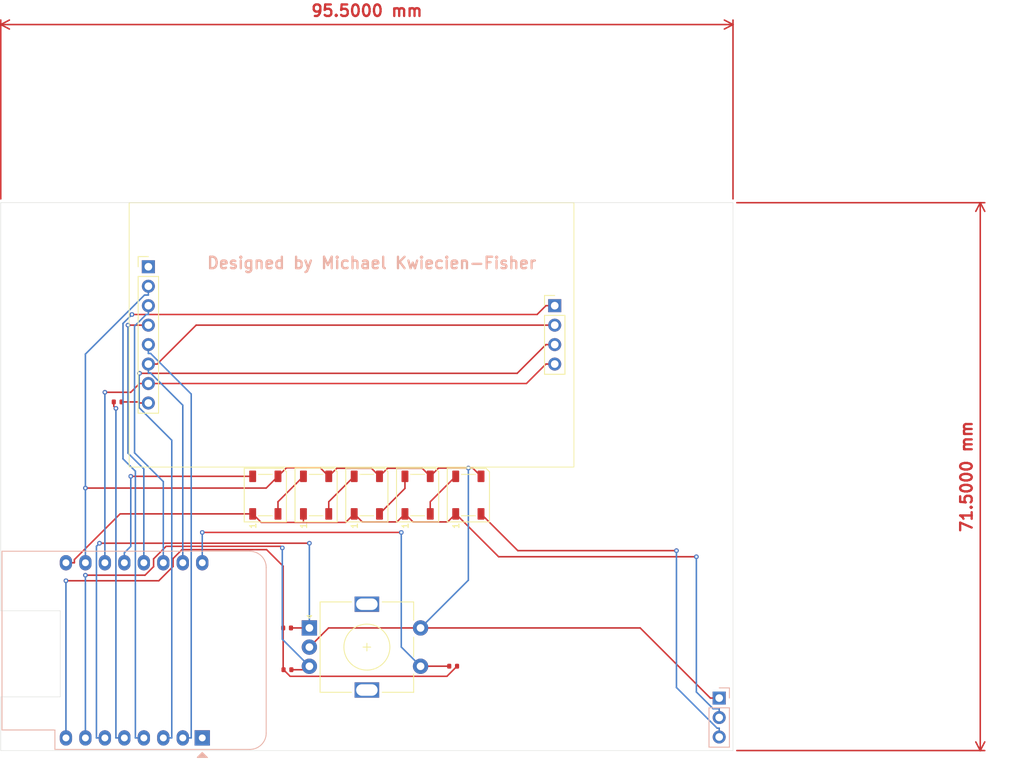
<source format=kicad_pcb>
(kicad_pcb (version 20240108) (generator "pcbnew") (generator_version "8.0")
  (layers (0 "F.Cu" signal) (31 "B.Cu" signal) (34 "B.Paste" user) (35 "F.Paste" user) (36 "B.SilkS" user "B.Silkscreen") (37 "F.SilkS" user "F.Silkscreen") (38 "B.Mask" user) (39 "F.Mask" user) (44 "Edge.Cuts" user))
  (net 0 "")
  (net 1 "Net-(U1-LED)")
  (net 2 "BackLight")
  (net 3 "GND")
  (net 4 "EC11_A")
  (net 5 "EC11_S")
  (net 6 "EC11_B")
  (net 7 "TFT_CS")
  (net 8 "MISO")
  (net 9 "MOSI")
  (net 10 "SD_CS")
  (net 12 "SCK")
  (net 13 "TFT_EN")
  (net 14 "TFT_DC")
  (net 15 "+5V")
  (net 16 "+3V3")
  (net 18 "WS2812B")
  (net 19 "Net-(D5-DOUT)")
  (net 20 "Net-(D1-DOUT)")
  (net 21 "Net-(D2-DOUT)")
  (net 22 "Net-(D3-DOUT)")
  (net 23 "Net-(D4-DOUT)")
  (footprint "LED_SMD:LED_WS2812B_PLCC4_5.0x5.0mm_P3.2mm" (layer "F.Cu") (at 142.745 91.16 90)
    (property "Reference" "D3" (hide yes))
    (property "Value" "WS2812B" (hide yes))
    (fp_line (start -3.5 -2.75) (end 3.5 -2.75) (stroke (width 0.12)) (layer "F.SilkS"))
    (fp_line (start -3.5 -2.75) (end -3.5 2.75) (stroke (width 0.12)) (layer "F.SilkS"))
    (fp_line (start 2.7 0.9) (end 2.7 -0.9) (stroke (width 0.12)) (layer "F.SilkS"))
    (fp_line (start -2.7 0.9) (end -2.7 -0.9) (stroke (width 0.12)) (layer "F.SilkS"))
    (fp_line (start 3.5 2.3) (end 3.5 -2.75) (stroke (width 0.12)) (layer "F.SilkS"))
    (fp_line (start 3.05 2.75) (end 3.5 2.3) (stroke (width 0.12)) (layer "F.SilkS"))
    (fp_line (start -3.5 2.75) (end 3.05 2.75) (stroke (width 0.12)) (layer "F.SilkS"))
    (fp_text user "1" (at -4 -1.6 90) (layer "F.SilkS") (effects (font (size 0.8 0.8))))
    (pad "1" smd roundrect (at -2.45 -1.65 90) (size 1.5 0.9) (layers "F.Cu" "F.Paste" "F.Mask") (roundrect_rratio 0.1) (net 15 "+5V"))
    (pad "2" smd roundrect (at -2.45 1.65 90) (size 1.5 0.9) (layers "F.Cu" "F.Paste" "F.Mask") (roundrect_rratio 0.1) (net 22 "Net-(D3-DOUT)"))
    (pad "3" smd roundrect (at 2.45 1.65 90) (size 1.5 0.9) (layers "F.Cu" "F.Paste" "F.Mask") (roundrect_rratio 0.1) (net 3 "GND"))
    (pad "4" smd roundrect (at 2.45 -1.65 90) (size 1.5 0.9) (layers "F.Cu" "F.Paste" "F.Mask") (roundrect_rratio 0.1) (net 21 "Net-(D2-DOUT)"))
  )
  (footprint "asylum-weather:TFT_ST7735_SD" (layer "F.Cu") (at 134.25 70)
    (property "Reference" "U1" (hide yes))
    (property "Value" "TFT_ST7735_SD")
    (fp_line (start -21.33 -9.97) (end -20 -9.97) (stroke (width 0.12)) (layer "F.SilkS"))
    (fp_line (start -21.33 -8.64) (end -21.33 -9.97) (stroke (width 0.12)) (layer "F.SilkS"))
    (fp_line (start -21.33 -7.37) (end -21.33 10.47) (stroke (width 0.12)) (layer "F.SilkS"))
    (fp_line (start -21.33 -7.37) (end -18.67 -7.37) (stroke (width 0.12)) (layer "F.SilkS"))
    (fp_line (start -21.33 10.47) (end -18.67 10.47) (stroke (width 0.12)) (layer "F.SilkS"))
    (fp_line (start -18.67 -7.37) (end -18.67 10.47) (stroke (width 0.12)) (layer "F.SilkS"))
    (fp_line (start 31.67 -4.89) (end 33 -4.89) (stroke (width 0.12)) (layer "F.SilkS"))
    (fp_line (start 31.67 -3.56) (end 31.67 -4.89) (stroke (width 0.12)) (layer "F.SilkS"))
    (fp_line (start 31.67 -2.29) (end 31.67 5.39) (stroke (width 0.12)) (layer "F.SilkS"))
    (fp_line (start 31.67 -2.29) (end 34.33 -2.29) (stroke (width 0.12)) (layer "F.SilkS"))
    (fp_line (start 31.67 5.39) (end 34.33 5.39) (stroke (width 0.12)) (layer "F.SilkS"))
    (fp_line (start 34.33 -2.29) (end 34.33 5.39) (stroke (width 0.12)) (layer "F.SilkS"))
    (fp_rect (start -22.5 -17) (end 35.5 17.5) (stroke (width 0.1)) (fill none) (layer "F.SilkS"))
    (pad "" np_thru_hole circle (at -19.5 -14) (size 3.2 3.2) (drill 3.2) (layers "*.Cu" "*.Mask"))
    (pad "" np_thru_hole circle (at -19.5 14.5) (size 3.2 3.2) (drill 3.2) (layers "*.Cu" "*.Mask"))
    (pad "" np_thru_hole circle (at 32.5 -14) (size 3.2 3.2) (drill 3.2) (layers "*.Cu" "*.Mask"))
    (pad "" np_thru_hole circle (at 32.5 14.5) (size 3.2 3.2) (drill 3.2) (layers "*.Cu" "*.Mask"))
    (pad "1" thru_hole rect (at -20 -8.64) (size 1.7 1.7) (drill 1) (layers "*.Cu" "*.Mask"))
    (pad "2" thru_hole oval (at -20 -6.1) (size 1.7 1.7) (drill 1) (layers "*.Cu" "*.Mask") (net 3 "GND"))
    (pad "3" thru_hole oval (at -20 -3.56) (size 1.7 1.7) (drill 1) (layers "*.Cu" "*.Mask") (net 7 "TFT_CS"))
    (pad "4" thru_hole oval (at -20 -1.02) (size 1.7 1.7) (drill 1) (layers "*.Cu" "*.Mask") (net 13 "TFT_EN"))
    (pad "5" thru_hole oval (at -20 1.52) (size 1.7 1.7) (drill 1) (layers "*.Cu" "*.Mask") (net 14 "TFT_DC"))
    (pad "6" thru_hole oval (at -20 4.06) (size 1.7 1.7) (drill 1) (layers "*.Cu" "*.Mask") (net 9 "MOSI"))
    (pad "7" thru_hole oval (at -20 6.6) (size 1.7 1.7) (drill 1) (layers "*.Cu" "*.Mask") (net 12 "SCK"))
    (pad "8" thru_hole oval (at -20 9.14) (size 1.7 1.7) (drill 1) (layers "*.Cu" "*.Mask") (net 1 "Net-(U1-LED)"))
    (pad "9" thru_hole rect (at 33 -3.56) (size 1.7 1.7) (drill 1) (layers "*.Cu" "*.Mask") (net 10 "SD_CS"))
    (pad "10" thru_hole oval (at 33 -1.02) (size 1.7 1.7) (drill 1) (layers "*.Cu" "*.Mask") (net 9 "MOSI"))
    (pad "11" thru_hole oval (at 33 1.52) (size 1.7 1.7) (drill 1) (layers "*.Cu" "*.Mask") (net 8 "MISO"))
    (pad "12" thru_hole oval (at 33 4.06) (size 1.7 1.7) (drill 1) (layers "*.Cu" "*.Mask") (net 12 "SCK"))
  )
  (footprint "LED_SMD:LED_WS2812B_PLCC4_5.0x5.0mm_P3.2mm" (layer "F.Cu") (at 155.985 91.16 90)
    (property "Reference" "D5" (hide yes))
    (property "Value" "WS2812B" (hide yes))
    (fp_line (start -3.5 -2.75) (end 3.5 -2.75) (stroke (width 0.12)) (layer "F.SilkS"))
    (fp_line (start -3.5 -2.75) (end -3.5 2.75) (stroke (width 0.12)) (layer "F.SilkS"))
    (fp_line (start 2.7 0.9) (end 2.7 -0.9) (stroke (width 0.12)) (layer "F.SilkS"))
    (fp_line (start -2.7 0.9) (end -2.7 -0.9) (stroke (width 0.12)) (layer "F.SilkS"))
    (fp_line (start 3.5 2.3) (end 3.5 -2.75) (stroke (width 0.12)) (layer "F.SilkS"))
    (fp_line (start 3.05 2.75) (end 3.5 2.3) (stroke (width 0.12)) (layer "F.SilkS"))
    (fp_line (start -3.5 2.75) (end 3.05 2.75) (stroke (width 0.12)) (layer "F.SilkS"))
    (fp_text user "1" (at -4 -1.6 90) (layer "F.SilkS") (effects (font (size 0.8 0.8))))
    (pad "1" smd roundrect (at -2.45 -1.65 90) (size 1.5 0.9) (layers "F.Cu" "F.Paste" "F.Mask") (roundrect_rratio 0.1) (net 15 "+5V"))
    (pad "2" smd roundrect (at -2.45 1.65 90) (size 1.5 0.9) (layers "F.Cu" "F.Paste" "F.Mask") (roundrect_rratio 0.1) (net 19 "Net-(D5-DOUT)"))
    (pad "3" smd roundrect (at 2.45 1.65 90) (size 1.5 0.9) (layers "F.Cu" "F.Paste" "F.Mask") (roundrect_rratio 0.1) (net 3 "GND"))
    (pad "4" smd roundrect (at 2.45 -1.65 90) (size 1.5 0.9) (layers "F.Cu" "F.Paste" "F.Mask") (roundrect_rratio 0.1) (net 23 "Net-(D4-DOUT)"))
  )
  (footprint "Rotary_Encoder:RotaryEncoder_Alps_EC11E-Switch_Vertical_H20mm" (layer "F.Cu") (at 135.25 108.5)
    (property "Reference" "SW1" (hide yes))
    (property "Value" "RotaryEncoder_Switch")
    (fp_line (start -0.3 -1.6) (end 0.3 -1.6) (stroke (width 0.12)) (layer "F.SilkS"))
    (fp_line (start 0 -1.3) (end -0.3 -1.6) (stroke (width 0.12)) (layer "F.SilkS"))
    (fp_line (start 0.3 -1.6) (end 0 -1.3) (stroke (width 0.12)) (layer "F.SilkS"))
    (fp_line (start 1.4 -3.4) (end 1.4 8.4) (stroke (width 0.12)) (layer "F.SilkS"))
    (fp_line (start 5.5 -3.4) (end 1.4 -3.4) (stroke (width 0.12)) (layer "F.SilkS"))
    (fp_line (start 5.5 8.4) (end 1.4 8.4) (stroke (width 0.12)) (layer "F.SilkS"))
    (fp_line (start 7 2.5) (end 8 2.5) (stroke (width 0.12)) (layer "F.SilkS"))
    (fp_line (start 7.5 2) (end 7.5 3) (stroke (width 0.12)) (layer "F.SilkS"))
    (fp_line (start 9.5 -3.4) (end 13.6 -3.4) (stroke (width 0.12)) (layer "F.SilkS"))
    (fp_line (start 13.6 -3.4) (end 13.6 -1) (stroke (width 0.12)) (layer "F.SilkS"))
    (fp_line (start 13.6 1.2) (end 13.6 3.8) (stroke (width 0.12)) (layer "F.SilkS"))
    (fp_line (start 13.6 6) (end 13.6 8.4) (stroke (width 0.12)) (layer "F.SilkS"))
    (fp_line (start 13.6 8.4) (end 9.5 8.4) (stroke (width 0.12)) (layer "F.SilkS"))
    (fp_circle (center 7.5 2.5) (end 10.5 2.5) (stroke (width 0.12)) (fill none) (layer "F.SilkS"))
    (pad "A" thru_hole rect (at 0 0) (size 2 2) (drill 1) (layers "*.Cu" "*.Mask") (net 4 "EC11_A"))
    (pad "B" thru_hole circle (at 0 5) (size 2 2) (drill 1) (layers "*.Cu" "*.Mask") (net 6 "EC11_B"))
    (pad "C" thru_hole circle (at 0 2.5) (size 2 2) (drill 1) (layers "*.Cu" "*.Mask") (net 3 "GND"))
    (pad "MP" thru_hole rect (at 7.5 -3.1) (size 3.2 2) (drill oval 2.8 1.5) (layers "*.Cu" "*.Mask"))
    (pad "MP" thru_hole rect (at 7.5 8.1) (size 3.2 2) (drill oval 2.8 1.5) (layers "*.Cu" "*.Mask"))
    (pad "S1" thru_hole circle (at 14.5 5) (size 2 2) (drill 1) (layers "*.Cu" "*.Mask") (net 5 "EC11_S"))
    (pad "S2" thru_hole circle (at 14.5 0) (size 2 2) (drill 1) (layers "*.Cu" "*.Mask") (net 3 "GND"))
  )
  (footprint "ScottoKeebs_Components:Resistor_0402" (layer "F.Cu") (at 110.25 79)
    (property "Reference" "R1" (hide yes))
    (property "Value" "10ohm" (hide yes))
    (pad "1" smd roundrect (at -0.51 0) (size 0.54 0.64) (layers "F.Cu" "F.Paste" "F.Mask") (net 2 "BackLight"))
    (pad "2" smd roundrect (at 0.51 0) (size 0.54 0.64) (layers "F.Cu" "F.Paste" "F.Mask") (net 1 "Net-(U1-LED)"))
  )
  (footprint "LED_SMD:LED_WS2812B_PLCC4_5.0x5.0mm_P3.2mm" (layer "F.Cu") (at 136.125 91.16 90)
    (property "Reference" "D2" (hide yes))
    (property "Value" "WS2812B" (hide yes))
    (fp_line (start -3.5 -2.75) (end 3.5 -2.75) (stroke (width 0.12)) (layer "F.SilkS"))
    (fp_line (start -3.5 -2.75) (end -3.5 2.75) (stroke (width 0.12)) (layer "F.SilkS"))
    (fp_line (start 2.7 0.9) (end 2.7 -0.9) (stroke (width 0.12)) (layer "F.SilkS"))
    (fp_line (start -2.7 0.9) (end -2.7 -0.9) (stroke (width 0.12)) (layer "F.SilkS"))
    (fp_line (start 3.5 2.3) (end 3.5 -2.75) (stroke (width 0.12)) (layer "F.SilkS"))
    (fp_line (start 3.05 2.75) (end 3.5 2.3) (stroke (width 0.12)) (layer "F.SilkS"))
    (fp_line (start -3.5 2.75) (end 3.05 2.75) (stroke (width 0.12)) (layer "F.SilkS"))
    (fp_text user "1" (at -4 -1.6 90) (layer "F.SilkS") (effects (font (size 0.8 0.8))))
    (pad "1" smd roundrect (at -2.45 -1.65 90) (size 1.5 0.9) (layers "F.Cu" "F.Paste" "F.Mask") (roundrect_rratio 0.1) (net 15 "+5V"))
    (pad "2" smd roundrect (at -2.45 1.65 90) (size 1.5 0.9) (layers "F.Cu" "F.Paste" "F.Mask") (roundrect_rratio 0.1) (net 21 "Net-(D2-DOUT)"))
    (pad "3" smd roundrect (at 2.45 1.65 90) (size 1.5 0.9) (layers "F.Cu" "F.Paste" "F.Mask") (roundrect_rratio 0.1) (net 3 "GND"))
    (pad "4" smd roundrect (at 2.45 -1.65 90) (size 1.5 0.9) (layers "F.Cu" "F.Paste" "F.Mask") (roundrect_rratio 0.1) (net 20 "Net-(D1-DOUT)"))
  )
  (footprint "ScottoKeebs_Components:Resistor_0402" (layer "F.Cu") (at 154 113.49 180)
    (property "Reference" "R4" (hide yes))
    (property "Value" "10k" (hide yes))
    (pad "1" smd roundrect (at -0.51 0 180) (size 0.54 0.64) (layers "F.Cu" "F.Paste" "F.Mask") (net 16 "+3V3"))
    (pad "2" smd roundrect (at 0.51 0 180) (size 0.54 0.64) (layers "F.Cu" "F.Paste" "F.Mask") (net 5 "EC11_S"))
  )
  (footprint "ScottoKeebs_Components:Resistor_0402" (layer "F.Cu") (at 132.34 108.5)
    (property "Reference" "R2" (hide yes))
    (property "Value" "10k" (hide yes))
    (pad "1" smd roundrect (at -0.51 0) (size 0.54 0.64) (layers "F.Cu" "F.Paste" "F.Mask") (net 16 "+3V3"))
    (pad "2" smd roundrect (at 0.51 0) (size 0.54 0.64) (layers "F.Cu" "F.Paste" "F.Mask") (net 4 "EC11_A"))
  )
  (footprint "LED_SMD:LED_WS2812B_PLCC4_5.0x5.0mm_P3.2mm" (layer "F.Cu") (at 129.505 91.16 90)
    (property "Reference" "D1" (hide yes))
    (property "Value" "WS2812B" (hide yes))
    (fp_line (start -3.5 -2.75) (end 3.5 -2.75) (stroke (width 0.12)) (layer "F.SilkS"))
    (fp_line (start -3.5 -2.75) (end -3.5 2.75) (stroke (width 0.12)) (layer "F.SilkS"))
    (fp_line (start 2.7 0.9) (end 2.7 -0.9) (stroke (width 0.12)) (layer "F.SilkS"))
    (fp_line (start -2.7 0.9) (end -2.7 -0.9) (stroke (width 0.12)) (layer "F.SilkS"))
    (fp_line (start 3.5 2.3) (end 3.5 -2.75) (stroke (width 0.12)) (layer "F.SilkS"))
    (fp_line (start 3.05 2.75) (end 3.5 2.3) (stroke (width 0.12)) (layer "F.SilkS"))
    (fp_line (start -3.5 2.75) (end 3.05 2.75) (stroke (width 0.12)) (layer "F.SilkS"))
    (fp_text user "1" (at -4 -1.6 90) (layer "F.SilkS") (effects (font (size 0.8 0.8))))
    (pad "1" smd roundrect (at -2.45 -1.65 90) (size 1.5 0.9) (layers "F.Cu" "F.Paste" "F.Mask") (roundrect_rratio 0.1) (net 15 "+5V"))
    (pad "2" smd roundrect (at -2.45 1.65 90) (size 1.5 0.9) (layers "F.Cu" "F.Paste" "F.Mask") (roundrect_rratio 0.1) (net 20 "Net-(D1-DOUT)"))
    (pad "3" smd roundrect (at 2.45 1.65 90) (size 1.5 0.9) (layers "F.Cu" "F.Paste" "F.Mask") (roundrect_rratio 0.1) (net 3 "GND"))
    (pad "4" smd roundrect (at 2.45 -1.65 90) (size 1.5 0.9) (layers "F.Cu" "F.Paste" "F.Mask") (roundrect_rratio 0.1) (net 18 "WS2812B"))
  )
  (footprint "ScottoKeebs_Components:Resistor_0402" (layer "F.Cu") (at 132.39 113.95)
    (property "Reference" "R3" (hide yes))
    (property "Value" "10k" (hide yes))
    (pad "1" smd roundrect (at -0.51 0) (size 0.54 0.64) (layers "F.Cu" "F.Paste" "F.Mask") (net 16 "+3V3"))
    (pad "2" smd roundrect (at 0.51 0) (size 0.54 0.64) (layers "F.Cu" "F.Paste" "F.Mask") (net 6 "EC11_B"))
  )
  (footprint "LED_SMD:LED_WS2812B_PLCC4_5.0x5.0mm_P3.2mm" (layer "F.Cu") (at 149.365 91.16 90)
    (property "Reference" "D4" (hide yes))
    (property "Value" "WS2812B" (hide yes))
    (fp_line (start -3.5 -2.75) (end 3.5 -2.75) (stroke (width 0.12)) (layer "F.SilkS"))
    (fp_line (start -3.5 -2.75) (end -3.5 2.75) (stroke (width 0.12)) (layer "F.SilkS"))
    (fp_line (start 2.7 0.9) (end 2.7 -0.9) (stroke (width 0.12)) (layer "F.SilkS"))
    (fp_line (start -2.7 0.9) (end -2.7 -0.9) (stroke (width 0.12)) (layer "F.SilkS"))
    (fp_line (start 3.5 2.3) (end 3.5 -2.75) (stroke (width 0.12)) (layer "F.SilkS"))
    (fp_line (start 3.05 2.75) (end 3.5 2.3) (stroke (width 0.12)) (layer "F.SilkS"))
    (fp_line (start -3.5 2.75) (end 3.05 2.75) (stroke (width 0.12)) (layer "F.SilkS"))
    (fp_text user "1" (at -4 -1.6 90) (layer "F.SilkS") (effects (font (size 0.8 0.8))))
    (pad "1" smd roundrect (at -2.45 -1.65 90) (size 1.5 0.9) (layers "F.Cu" "F.Paste" "F.Mask") (roundrect_rratio 0.1) (net 15 "+5V"))
    (pad "2" smd roundrect (at -2.45 1.65 90) (size 1.5 0.9) (layers "F.Cu" "F.Paste" "F.Mask") (roundrect_rratio 0.1) (net 23 "Net-(D4-DOUT)"))
    (pad "3" smd roundrect (at 2.45 1.65 90) (size 1.5 0.9) (layers "F.Cu" "F.Paste" "F.Mask") (roundrect_rratio 0.1) (net 3 "GND"))
    (pad "4" smd roundrect (at 2.45 -1.65 90) (size 1.5 0.9) (layers "F.Cu" "F.Paste" "F.Mask") (roundrect_rratio 0.1) (net 22 "Net-(D3-DOUT)"))
  )
  (footprint "Connector_PinHeader_2.54mm:PinHeader_1x03_P2.54mm_Vertical" (layer "B.Cu") (at 188.7 117.65 180)
    (property "Reference" "J1" (hide yes))
    (property "Value" "Conn_01x03_Pin")
    (fp_line (start 1.33 -1.27) (end -1.33 -1.27) (stroke (width 0.12)) (layer "B.SilkS"))
    (fp_line (start 1.33 -6.41) (end 1.33 -1.27) (stroke (width 0.12)) (layer "B.SilkS"))
    (fp_line (start 1.33 -6.41) (end -1.33 -6.41) (stroke (width 0.12)) (layer "B.SilkS"))
    (fp_line (start 0 1.33) (end -1.33 1.33) (stroke (width 0.12)) (layer "B.SilkS"))
    (fp_line (start -1.33 1.33) (end -1.33 0) (stroke (width 0.12)) (layer "B.SilkS"))
    (fp_line (start -1.33 -6.41) (end -1.33 -1.27) (stroke (width 0.12)) (layer "B.SilkS"))
    (pad "1" thru_hole rect (at 0 0 180) (size 1.7 1.7) (drill 1) (layers "*.Cu" "*.Mask") (net 3 "GND"))
    (pad "2" thru_hole oval (at 0 -2.54 180) (size 1.7 1.7) (drill 1) (layers "*.Cu" "*.Mask") (net 15 "+5V"))
    (pad "3" thru_hole oval (at 0 -5.08 180) (size 1.7 1.7) (drill 1) (layers "*.Cu" "*.Mask") (net 19 "Net-(D5-DOUT)"))
  )
  (footprint "RF_Module:WEMOS_D1_mini_light" (layer "B.Cu") (at 121.28 122.85 90)
    (property "Reference" "U2" (hide yes))
    (property "Value" "WEMOS_C3_Mini")
    (fp_line (start 24.36 -26.12) (end 1.04 -26.12) (stroke (width 0.12)) (layer "B.SilkS"))
    (fp_line (start 1.04 -26.12) (end 1.04 -19.22) (stroke (width 0.12)) (layer "B.SilkS"))
    (fp_line (start 1.04 -19.22) (end -1.5 -19.22) (stroke (width 0.12)) (layer "B.SilkS"))
    (fp_line (start 24.36 6.21) (end 24.36 -26.12) (stroke (width 0.12)) (layer "B.SilkS"))
    (fp_line (start -1.5 6.21) (end -1.5 -19.22) (stroke (width 0.12)) (layer "B.SilkS"))
    (fp_line (start 0.63 8.34) (end 22.24 8.34) (stroke (width 0.12)) (layer "B.SilkS"))
    (fp_arc (start 24.36 6.21) (mid 23.736137 7.716137) (end 22.23 8.34) (stroke (width 0.12)) (layer "B.SilkS"))
    (fp_arc (start 0.63 8.34) (mid -0.876137 7.716137) (end -1.5 6.21) (stroke (width 0.12)) (layer "B.SilkS"))
    (fp_poly (pts (xy -2.54 0.635) (xy -2.54 -0.635) (xy -1.905 0)) (stroke (width 0.15)) (fill solid) (layer "B.SilkS"))
    (pad "1" thru_hole rect (at 0 0 90) (size 2 2) (drill 0.9) (layers "*.Cu" "*.Mask"))
    (pad "2" thru_hole oval (at 0 -2.54 90) (size 2 1.6) (drill 0.9) (layers "*.Cu" "*.Mask") (net 14 "TFT_DC"))
    (pad "3" thru_hole oval (at 0 -5.08 90) (size 2 1.6) (drill 0.9) (layers "*.Cu" "*.Mask") (net 8 "MISO"))
    (pad "4" thru_hole oval (at 0 -7.62 90) (size 2 1.6) (drill 0.9) (layers "*.Cu" "*.Mask") (net 10 "SD_CS"))
    (pad "5" thru_hole oval (at 0 -10.16 90) (size 2 1.6) (drill 0.9) (layers "*.Cu" "*.Mask") (net 2 "BackLight"))
    (pad "6" thru_hole oval (at 0 -12.7 90) (size 2 1.6) (drill 0.9) (layers "*.Cu" "*.Mask") (net 4 "EC11_A"))
    (pad "7" thru_hole oval (at 0 -15.24 90) (size 2 1.6) (drill 0.9) (layers "*.Cu" "*.Mask") (net 6 "EC11_B"))
    (pad "8" thru_hole oval (at 0 -17.78 90) (size 2 1.6) (drill 0.9) (layers "*.Cu" "*.Mask") (net 16 "+3V3"))
    (pad "9" thru_hole oval (at 22.86 -17.78 90) (size 2 1.6) (drill 0.9) (layers "*.Cu" "*.Mask") (net 15 "+5V"))
    (pad "10" thru_hole oval (at 22.86 -15.24 90) (size 2 1.6) (drill 0.9) (layers "*.Cu" "*.Mask") (net 3 "GND"))
    (pad "11" thru_hole oval (at 22.86 -12.7 90) (size 2 1.6) (drill 0.9) (layers "*.Cu" "*.Mask") (net 12 "SCK"))
    (pad "12" thru_hole oval (at 22.86 -10.16 90) (size 2 1.6) (drill 0.9) (layers "*.Cu" "*.Mask") (net 18 "WS2812B"))
    (pad "13" thru_hole oval (at 22.86 -7.62 90) (size 2 1.6) (drill 0.9) (layers "*.Cu" "*.Mask") (net 13 "TFT_EN"))
    (pad "14" thru_hole oval (at 22.86 -5.08 90) (size 2 1.6) (drill 0.9) (layers "*.Cu" "*.Mask") (net 7 "TFT_CS"))
    (pad "15" thru_hole oval (at 22.86 -2.54 90) (size 2 1.6) (drill 0.9) (layers "*.Cu" "*.Mask") (net 9 "MOSI"))
    (pad "16" thru_hole oval (at 22.86 0 90) (size 2 1.6) (drill 0.9) (layers "*.Cu" "*.Mask") (net 5 "EC11_S"))
  )
  (gr_line (start 102.75 117.5) (end 102.75 106.5) (stroke (width 0.05)) (layer "Edge.Cuts"))
  (gr_line (start 95 117.5) (end 95 124.5) (stroke (width 0.05)) (layer "Edge.Cuts"))
  (gr_line (start 102.75 106.5) (end 102.75 106.25) (stroke (width 0.05)) (layer "Edge.Cuts"))
  (gr_line (start 95 53) (end 95 106.25) (stroke (width 0.05)) (layer "Edge.Cuts"))
  (gr_line (start 95 124.5) (end 190.5 124.5) (stroke (width 0.05)) (layer "Edge.Cuts"))
  (gr_line (start 190.5 53) (end 95 53) (stroke (width 0.05)) (layer "Edge.Cuts"))
  (gr_line (start 102.75 106.25) (end 95 106.25) (stroke (width 0.05)) (layer "Edge.Cuts"))
  (gr_line (start 95 117.5) (end 102.75 117.5) (stroke (width 0.05)) (layer "Edge.Cuts"))
  (gr_line (start 190.5 124.5) (end 190.5 53) (stroke (width 0.05)) (layer "Edge.Cuts"))
  (gr_text "Designed by Michael Kwiecien-Fisher" (at 121.75 61.75 0) (layer "B.SilkS") (effects (font (size 1.5 1.5) (thickness 0.3) (bold yes)) (justify left bottom)))
  (dimension (type aligned) (layer "F.Cu") (pts (xy 95 53) (xy 190.5 53)) (height -23.25) (gr_text "95.5000 mm" (at 142.75 27.95 0) (layer "F.Cu") (effects (font (size 1.5 1.5) (thickness 0.3)))) (format (prefix "") (suffix "") (units 3) (units_format 1) (precision 4)) (style (thickness 0.2) (arrow_length 1.27) (text_position_mode 0) (extension_height 0.58642) (extension_offset 0.5) keep_text_aligned))
  (dimension (type aligned) (layer "F.Cu") (pts (xy 190.5 124.5) (xy 190.5 53)) (height 32.25) (gr_text "71.5000 mm" (at 220.95 88.75 90) (layer "F.Cu") (effects (font (size 1.5 1.5) (thickness 0.3)))) (format (prefix "") (suffix "") (units 3) (units_format 1) (precision 4)) (style (thickness 0.2) (arrow_length 1.27) (text_position_mode 0) (extension_height 0.58642) (extension_offset 0.5) keep_text_aligned))
  (segment (start 110.76 79) (end 112.9583 79) (width 0.2) (layer "F.Cu") (net 1))
  (segment (start 112.9583 79) (end 113.0983 79.14) (width 0.2) (layer "F.Cu") (net 1))
  (segment (start 114.25 79.14) (end 113.0983 79.14) (width 0.2) (layer "F.Cu") (net 1))
  (segment (start 109.74 79.5639) (end 110.0183 79.8422) (width 0.2) (layer "F.Cu") (net 2))
  (segment (start 109.74 79) (end 109.74 79.5639) (width 0.2) (layer "F.Cu") (net 2))
  (via (at 110.0183 79.8422) (size 0.6) (drill 0.3) (layers "F.Cu" "B.Cu") (net 2))
  (segment (start 110.0183 122.85) (end 110.0183 79.8422) (width 0.2) (layer "B.Cu") (net 2))
  (segment (start 111.12 122.85) (end 110.0183 122.85) (width 0.2) (layer "B.Cu") (net 2))
  (segment (start 106.04 90.2437) (end 129.6213 90.2437) (width 0.2) (layer "F.Cu") (net 3))
  (segment (start 129.6213 90.2437) (end 131.155 88.71) (width 0.2) (layer "F.Cu") (net 3))
  (segment (start 143.343 87.658) (end 138.827 87.658) (width 0.2) (layer "F.Cu") (net 3))
  (segment (start 145.447 87.658) (end 149.963 87.658) (width 0.2) (layer "F.Cu") (net 3))
  (segment (start 138.827 87.658) (end 137.775 88.71) (width 0.2) (layer "F.Cu") (net 3))
  (segment (start 157.635 88.71) (end 156.5609 87.6359) (width 0.2) (layer "F.Cu") (net 3))
  (segment (start 152.0891 87.6359) (end 151.015 88.71) (width 0.2) (layer "F.Cu") (net 3))
  (segment (start 144.395 88.71) (end 145.447 87.658) (width 0.2) (layer "F.Cu") (net 3))
  (segment (start 155.985 87.6359) (end 152.0891 87.6359) (width 0.2) (layer "F.Cu") (net 3))
  (segment (start 188.7 117.65) (end 187.5483 117.65) (width 0.2) (layer "F.Cu") (net 3))
  (segment (start 156.5609 87.6359) (end 155.985 87.6359) (width 0.2) (layer "F.Cu") (net 3))
  (segment (start 149.75 108.5) (end 137.75 108.5) (width 0.2) (layer "F.Cu") (net 3))
  (segment (start 144.395 88.71) (end 143.343 87.658) (width 0.2) (layer "F.Cu") (net 3))
  (segment (start 132.2699 87.5951) (end 136.6601 87.5951) (width 0.2) (layer "F.Cu") (net 3))
  (segment (start 178.3983 108.5) (end 149.75 108.5) (width 0.2) (layer "F.Cu") (net 3))
  (segment (start 149.963 87.658) (end 151.015 88.71) (width 0.2) (layer "F.Cu") (net 3))
  (segment (start 131.155 88.71) (end 132.2699 87.5951) (width 0.2) (layer "F.Cu") (net 3))
  (segment (start 136.6601 87.5951) (end 137.775 88.71) (width 0.2) (layer "F.Cu") (net 3))
  (segment (start 137.75 108.5) (end 135.25 111) (width 0.2) (layer "F.Cu") (net 3))
  (segment (start 187.5483 117.65) (end 178.3983 108.5) (width 0.2) (layer "F.Cu") (net 3))
  (via (at 155.985 87.6359) (size 0.6) (drill 0.3) (layers "F.Cu" "B.Cu") (net 3))
  (via (at 106.04 90.2437) (size 0.6) (drill 0.3) (layers "F.Cu" "B.Cu") (net 3))
  (segment (start 106.04 72.758) (end 106.04 90.2437) (width 0.2) (layer "B.Cu") (net 3))
  (segment (start 114.25 65.0517) (end 113.7463 65.0517) (width 0.2) (layer "B.Cu") (net 3))
  (segment (start 106.04 99.99) (end 106.04 90.2437) (width 0.2) (layer "B.Cu") (net 3))
  (segment (start 155.985 102.265) (end 155.985 87.6359) (width 0.2) (layer "B.Cu") (net 3))
  (segment (start 113.7463 65.0517) (end 106.04 72.758) (width 0.2) (layer "B.Cu") (net 3))
  (segment (start 149.75 108.5) (end 155.985 102.265) (width 0.2) (layer "B.Cu") (net 3))
  (segment (start 114.25 63.9) (end 114.25 65.0517) (width 0.2) (layer "B.Cu") (net 3))
  (segment (start 132.85 108.5) (end 135.25 108.5) (width 0.2) (layer "F.Cu") (net 4))
  (segment (start 107.88 97.441) (end 135.25 97.441) (width 0.2) (layer "F.Cu") (net 4))
  (via (at 107.88 97.441) (size 0.6) (drill 0.3) (layers "F.Cu" "B.Cu") (net 4))
  (via (at 135.25 97.441) (size 0.6) (drill 0.3) (layers "F.Cu" "B.Cu") (net 4))
  (segment (start 135.25 108.5) (end 135.25 97.441) (width 0.2) (layer "B.Cu") (net 4))
  (segment (start 108.58 122.85) (end 107.4783 122.85) (width 0.2) (layer "B.Cu") (net 4))
  (segment (start 107.4783 122.85) (end 107.4783 97.8427) (width 0.2) (layer "B.Cu") (net 4))
  (segment (start 107.4783 97.8427) (end 107.88 97.441) (width 0.2) (layer "B.Cu") (net 4))
  (segment (start 153.49 113.49) (end 149.76 113.49) (width 0.2) (layer "F.Cu") (net 5))
  (segment (start 149.76 113.49) (end 149.75 113.5) (width 0.2) (layer "F.Cu") (net 5))
  (segment (start 147.2373 96.033) (end 121.28 96.033) (width 0.2) (layer "F.Cu") (net 5))
  (via (at 147.2373 96.033) (size 0.6) (drill 0.3) (layers "F.Cu" "B.Cu") (net 5))
  (via (at 121.28 96.033) (size 0.6) (drill 0.3) (layers "F.Cu" "B.Cu") (net 5))
  (segment (start 121.28 99.99) (end 121.28 96.033) (width 0.2) (layer "B.Cu") (net 5))
  (segment (start 147.2373 110.9873) (end 147.2373 96.033) (width 0.2) (layer "B.Cu") (net 5))
  (segment (start 149.75 113.5) (end 147.2373 110.9873) (width 0.2) (layer "B.Cu") (net 5))
  (segment (start 131.5134 97.8427) (end 116.5696 97.8427) (width 0.2) (layer "F.Cu") (net 6))
  (segment (start 134.8 113.95) (end 135.25 113.5) (width 0.2) (layer "F.Cu") (net 6))
  (segment (start 132.9 113.95) (end 134.8 113.95) (width 0.2) (layer "F.Cu") (net 6))
  (segment (start 131.7195 98.0488) (end 131.5134 97.8427) (width 0.2) (layer "F.Cu") (net 6))
  (segment (start 116.5696 97.8427) (end 114.93 99.4823) (width 0.2) (layer "F.Cu") (net 6))
  (segment (start 114.93 99.4823) (end 114.93 100.4992) (width 0.2) (layer "F.Cu") (net 6))
  (segment (start 113.8149 101.6143) (end 106.04 101.6143) (width 0.2) (layer "F.Cu") (net 6))
  (segment (start 114.93 100.4992) (end 113.8149 101.6143) (width 0.2) (layer "F.Cu") (net 6))
  (via (at 131.7195 98.0488) (size 0.6) (drill 0.3) (layers "F.Cu" "B.Cu") (net 6))
  (via (at 106.04 101.6143) (size 0.6) (drill 0.3) (layers "F.Cu" "B.Cu") (net 6))
  (segment (start 131.7195 109.9695) (end 131.7195 98.0488) (width 0.2) (layer "B.Cu") (net 6))
  (segment (start 106.04 122.85) (end 106.04 101.6143) (width 0.2) (layer "B.Cu") (net 6))
  (segment (start 135.25 113.5) (end 131.7195 109.9695) (width 0.2) (layer "B.Cu") (net 6))
  (segment (start 114.25 66.44) (end 114.25 67.5917) (width 0.2) (layer "B.Cu") (net 7))
  (segment (start 114.25 67.5917) (end 113.9621 67.5917) (width 0.2) (layer "B.Cu") (net 7))
  (segment (start 113.9621 67.5917) (end 112.449 69.1048) (width 0.2) (layer "B.Cu") (net 7))
  (segment (start 116.2 89.3999) (end 116.2 99.99) (width 0.2) (layer "B.Cu") (net 7))
  (segment (start 112.449 69.1048) (end 112.449 85.6489) (width 0.2) (layer "B.Cu") (net 7))
  (segment (start 112.449 85.6489) (end 116.2 89.3999) (width 0.2) (layer "B.Cu") (net 7))
  (segment (start 162.3525 75.2658) (end 166.0983 71.52) (width 0.2) (layer "F.Cu") (net 8))
  (segment (start 167.25 71.52) (end 166.0983 71.52) (width 0.2) (layer "F.Cu") (net 8))
  (segment (start 113.1016 75.2658) (end 162.3525 75.2658) (width 0.2) (layer "F.Cu") (net 8))
  (via (at 113.1016 75.2658) (size 0.6) (drill 0.3) (layers "F.Cu" "B.Cu") (net 8))
  (segment (start 113.0467 75.3207) (end 113.1016 75.2658) (width 0.2) (layer "B.Cu") (net 8))
  (segment (start 117.3017 122.85) (end 117.3017 84.0055) (width 0.2) (layer "B.Cu") (net 8))
  (segment (start 113.0467 79.7505) (end 113.0467 75.3207) (width 0.2) (layer "B.Cu") (net 8))
  (segment (start 116.2 122.85) (end 117.3017 122.85) (width 0.2) (layer "B.Cu") (net 8))
  (segment (start 117.3017 84.0055) (end 113.0467 79.7505) (width 0.2) (layer "B.Cu") (net 8))
  (segment (start 120.4817 68.98) (end 167.25 68.98) (width 0.2) (layer "F.Cu") (net 9))
  (segment (start 115.4017 74.06) (end 120.4817 68.98) (width 0.2) (layer "F.Cu") (net 9))
  (segment (start 114.25 74.06) (end 115.4017 74.06) (width 0.2) (layer "F.Cu") (net 9))
  (segment (start 114.25 75.2117) (end 114.5185 75.2117) (width 0.2) (layer "B.Cu") (net 9))
  (segment (start 114.25 74.06) (end 114.25 75.2117) (width 0.2) (layer "B.Cu") (net 9))
  (segment (start 118.74 79.4332) (end 118.74 99.99) (width 0.2) (layer "B.Cu") (net 9))
  (segment (start 114.5185 75.2117) (end 118.74 79.4332) (width 0.2) (layer "B.Cu") (net 9))
  (segment (start 166.0983 66.44) (end 164.9466 67.5917) (width 0.2) (layer "F.Cu") (net 10))
  (segment (start 167.25 66.44) (end 166.0983 66.44) (width 0.2) (layer "F.Cu") (net 10))
  (segment (start 164.9466 67.5917) (end 112.1084 67.5917) (width 0.2) (layer "F.Cu") (net 10))
  (via (at 112.1084 67.5917) (size 0.6) (drill 0.3) (layers "F.Cu" "B.Cu") (net 10))
  (segment (start 110.9417 68.7584) (end 112.1084 67.5917) (width 0.2) (layer "B.Cu") (net 10))
  (segment (start 110.9417 86.4275) (end 110.9417 68.7584) (width 0.2) (layer "B.Cu") (net 10))
  (segment (start 112.5583 122.85) (end 112.5583 88.0441) (width 0.2) (layer "B.Cu") (net 10))
  (segment (start 112.5583 88.0441) (end 110.9417 86.4275) (width 0.2) (layer "B.Cu") (net 10))
  (segment (start 113.66 122.85) (end 112.5583 122.85) (width 0.2) (layer "B.Cu") (net 10))
  (segment (start 163.5583 76.6) (end 166.0983 74.06) (width 0.2) (layer "F.Cu") (net 12))
  (segment (start 115.4017 76.6) (end 163.5583 76.6) (width 0.2) (layer "F.Cu") (net 12))
  (segment (start 113.0983 76.6) (end 111.9586 77.7397) (width 0.2) (layer "F.Cu") (net 12))
  (segment (start 114.25 76.6) (end 115.4017 76.6) (width 0.2) (layer "F.Cu") (net 12))
  (segment (start 167.25 74.06) (end 166.0983 74.06) (width 0.2) (layer "F.Cu") (net 12))
  (segment (start 114.25 76.6) (end 113.0983 76.6) (width 0.2) (layer "F.Cu") (net 12))
  (segment (start 111.9586 77.7397) (end 108.58 77.7397) (width 0.2) (layer "F.Cu") (net 12))
  (via (at 108.58 77.7397) (size 0.6) (drill 0.3) (layers "F.Cu" "B.Cu") (net 12))
  (segment (start 108.58 99.99) (end 108.58 77.7397) (width 0.2) (layer "B.Cu") (net 12))
  (segment (start 111.5915 68.98) (end 114.25 68.98) (width 0.2) (layer "F.Cu") (net 13))
  (via (at 111.5915 68.98) (size 0.6) (drill 0.3) (layers "F.Cu" "B.Cu") (net 13))
  (segment (start 113.66 87.7502) (end 111.5915 85.6817) (width 0.2) (layer "B.Cu") (net 13))
  (segment (start 113.66 99.99) (end 113.66 87.7502) (width 0.2) (layer "B.Cu") (net 13))
  (segment (start 111.5915 85.6817) (end 111.5915 68.98) (width 0.2) (layer "B.Cu") (net 13))
  (segment (start 119.8417 77.9755) (end 119.8417 122.85) (width 0.2) (layer "B.Cu") (net 14))
  (segment (start 114.5379 72.6717) (end 119.8417 77.9755) (width 0.2) (layer "B.Cu") (net 14))
  (segment (start 114.25 72.6717) (end 114.5379 72.6717) (width 0.2) (layer "B.Cu") (net 14))
  (segment (start 114.25 71.52) (end 114.25 72.6717) (width 0.2) (layer "B.Cu") (net 14))
  (segment (start 118.74 122.85) (end 119.8417 122.85) (width 0.2) (layer "B.Cu") (net 14))
  (segment (start 110.5686 93.61) (end 127.855 93.61) (width 0.2) (layer "F.Cu") (net 15))
  (segment (start 148.767 94.662) (end 153.283 94.662) (width 0.2) (layer "F.Cu") (net 15))
  (segment (start 185.7235 99.2062) (end 159.9312 99.2062) (width 0.2) (layer "F.Cu") (net 15))
  (segment (start 142.147 94.662) (end 141.095 93.61) (width 0.2) (layer "F.Cu") (net 15))
  (segment (start 139.9797 94.7253) (end 141.095 93.61) (width 0.2) (layer "F.Cu") (net 15))
  (segment (start 134.475 94.7253) (end 139.9797 94.7253) (width 0.2) (layer "F.Cu") (net 15))
  (segment (start 159.9312 99.2062) (end 154.335 93.61) (width 0.2) (layer "F.Cu") (net 15))
  (segment (start 103.5 99.99) (end 104.6017 99.99) (width 0.2) (layer "F.Cu") (net 15))
  (segment (start 104.6017 99.99) (end 104.6017 99.5769) (width 0.2) (layer "F.Cu") (net 15))
  (segment (start 146.663 94.662) (end 142.147 94.662) (width 0.2) (layer "F.Cu") (net 15))
  (segment (start 134.475 94.7253) (end 134.475 93.61) (width 0.2) (layer "F.Cu") (net 15))
  (segment (start 104.6017 99.5769) (end 110.5686 93.61) (width 0.2) (layer "F.Cu") (net 15))
  (segment (start 153.283 94.662) (end 154.335 93.61) (width 0.2) (layer "F.Cu") (net 15))
  (segment (start 128.9703 94.7253) (end 134.475 94.7253) (width 0.2) (layer "F.Cu") (net 15))
  (segment (start 147.715 93.61) (end 146.663 94.662) (width 0.2) (layer "F.Cu") (net 15))
  (segment (start 147.715 93.61) (end 148.767 94.662) (width 0.2) (layer "F.Cu") (net 15))
  (segment (start 127.855 93.61) (end 128.9703 94.7253) (width 0.2) (layer "F.Cu") (net 15))
  (via (at 185.7235 99.2062) (size 0.6) (drill 0.3) (layers "F.Cu" "B.Cu") (net 15))
  (segment (start 185.7235 116.8536) (end 185.7235 99.2062) (width 0.2) (layer "B.Cu") (net 15))
  (segment (start 188.7 120.19) (end 188.7 119.0383) (width 0.2) (layer "B.Cu") (net 15))
  (segment (start 187.9082 119.0383) (end 185.7235 116.8536) (width 0.2) (layer "B.Cu") (net 15))
  (segment (start 188.7 119.0383) (end 187.9082 119.0383) (width 0.2) (layer "B.Cu") (net 15))
  (segment (start 131.83 113.9) (end 131.83 108.5) (width 0.2) (layer "F.Cu") (net 16))
  (segment (start 117.47 100.4814) (end 117.47 99.4415) (width 0.2) (layer "F.Cu") (net 16))
  (segment (start 117.47 99.4415) (end 118.6316 98.2799) (width 0.2) (layer "F.Cu") (net 16))
  (segment (start 118.6316 98.2799) (end 129.6727 98.2799) (width 0.2) (layer "F.Cu") (net 16))
  (segment (start 131.88 113.95) (end 131.83 113.9) (width 0.2) (layer "F.Cu") (net 16))
  (segment (start 132.7417 114.8117) (end 131.88 113.95) (width 0.2) (layer "F.Cu") (net 16))
  (segment (start 115.6127 102.3387) (end 117.47 100.4814) (width 0.2) (layer "F.Cu") (net 16))
  (segment (start 153.1883 114.8117) (end 132.7417 114.8117) (width 0.2) (layer "F.Cu") (net 16))
  (segment (start 154.51 113.49) (end 153.1883 114.8117) (width 0.2) (layer "F.Cu") (net 16))
  (segment (start 131.83 100.4372) (end 131.83 108.5) (width 0.2) (layer "F.Cu") (net 16))
  (segment (start 129.6727 98.2799) (end 131.83 100.4372) (width 0.2) (layer "F.Cu") (net 16))
  (segment (start 103.5 102.3387) (end 115.6127 102.3387) (width 0.2) (layer "F.Cu") (net 16))
  (via (at 103.5 102.3387) (size 0.6) (drill 0.3) (layers "F.Cu" "B.Cu") (net 16))
  (segment (start 103.5 122.85) (end 103.5 102.3387) (width 0.2) (layer "B.Cu") (net 16))
  (segment (start 127.855 88.71) (end 111.956 88.71) (width 0.2) (layer "F.Cu") (net 18))
  (via (at 111.956 88.71) (size 0.6) (drill 0.3) (layers "F.Cu" "B.Cu") (net 18))
  (segment (start 111.956 88.71) (end 111.956 97.8523) (width 0.2) (layer "B.Cu") (net 18))
  (segment (start 111.12 99.99) (end 111.12 98.6883) (width 0.2) (layer "B.Cu") (net 18))
  (segment (start 111.956 97.8523) (end 111.12 98.6883) (width 0.2) (layer "B.Cu") (net 18))
  (segment (start 157.635 93.61) (end 162.4343 98.4093) (width 0.2) (layer "F.Cu") (net 19))
  (segment (start 162.4343 98.4093) (end 183.1257 98.4093) (width 0.2) (layer "F.Cu") (net 19))
  (via (at 183.1257 98.4093) (size 0.6) (drill 0.3) (layers "F.Cu" "B.Cu") (net 19))
  (segment (start 188.4315 121.5783) (end 188.7 121.5783) (width 0.2) (layer "B.Cu") (net 19))
  (segment (start 183.1257 116.2725) (end 188.4315 121.5783) (width 0.2) (layer "B.Cu") (net 19))
  (segment (start 183.1257 98.4093) (end 183.1257 116.2725) (width 0.2) (layer "B.Cu") (net 19))
  (segment (start 188.7 122.73) (end 188.7 121.5783) (width 0.2) (layer "B.Cu") (net 19))
  (segment (start 131.155 92.03) (end 134.475 88.71) (width 0.2) (layer "F.Cu") (net 20))
  (segment (start 131.155 93.61) (end 131.155 92.03) (width 0.2) (layer "F.Cu") (net 20))
  (segment (start 137.775 93.61) (end 137.775 92.03) (width 0.2) (layer "F.Cu") (net 21))
  (segment (start 137.775 92.03) (end 141.095 88.71) (width 0.2) (layer "F.Cu") (net 21))
  (segment (start 147.715 90.29) (end 144.395 93.61) (width 0.2) (layer "F.Cu") (net 22))
  (segment (start 147.715 88.71) (end 147.715 90.29) (width 0.2) (layer "F.Cu") (net 22))
  (segment (start 151.015 92.03) (end 154.335 88.71) (width 0.2) (layer "F.Cu") (net 23))
  (segment (start 151.015 93.61) (end 151.015 92.03) (width 0.2) (layer "F.Cu") (net 23))
)
</source>
